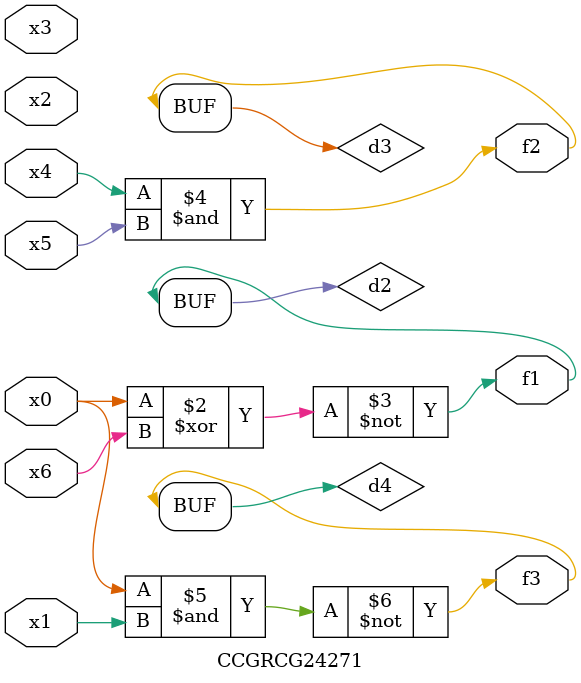
<source format=v>
module CCGRCG24271(
	input x0, x1, x2, x3, x4, x5, x6,
	output f1, f2, f3
);

	wire d1, d2, d3, d4;

	nor (d1, x0);
	xnor (d2, x0, x6);
	and (d3, x4, x5);
	nand (d4, x0, x1);
	assign f1 = d2;
	assign f2 = d3;
	assign f3 = d4;
endmodule

</source>
